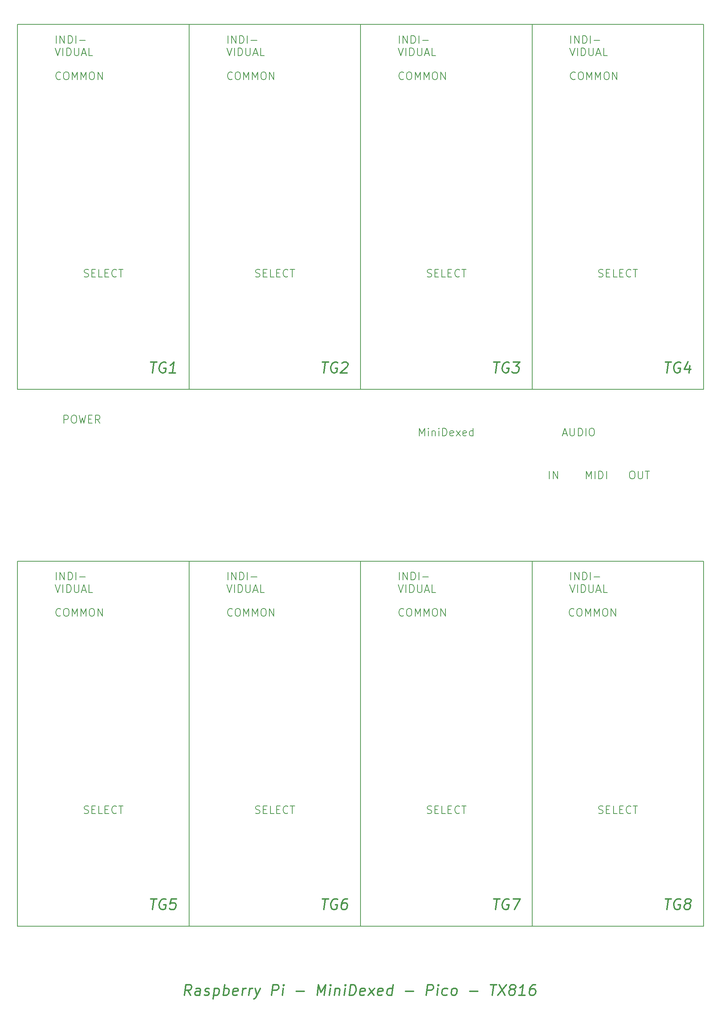
<source format=gbr>
%TF.GenerationSoftware,KiCad,Pcbnew,(6.0.5)*%
%TF.CreationDate,2022-12-31T14:25:49+00:00*%
%TF.ProjectId,PiPicoTX816-Panel,50695069-636f-4545-9838-31362d50616e,rev?*%
%TF.SameCoordinates,Original*%
%TF.FileFunction,Legend,Top*%
%TF.FilePolarity,Positive*%
%FSLAX46Y46*%
G04 Gerber Fmt 4.6, Leading zero omitted, Abs format (unit mm)*
G04 Created by KiCad (PCBNEW (6.0.5)) date 2022-12-31 14:25:49*
%MOMM*%
%LPD*%
G01*
G04 APERTURE LIST*
%ADD10C,0.150000*%
%ADD11C,0.300000*%
%ADD12C,0.200000*%
G04 APERTURE END LIST*
D10*
X130000000Y-155000000D02*
X170000000Y-155000000D01*
X170000000Y-155000000D02*
X170000000Y-240000000D01*
X170000000Y-240000000D02*
X130000000Y-240000000D01*
X130000000Y-240000000D02*
X130000000Y-155000000D01*
X10000000Y-155000000D02*
X50000000Y-155000000D01*
X50000000Y-155000000D02*
X50000000Y-240000000D01*
X50000000Y-240000000D02*
X10000000Y-240000000D01*
X10000000Y-240000000D02*
X10000000Y-155000000D01*
X130000000Y-30000000D02*
X170000000Y-30000000D01*
X170000000Y-30000000D02*
X170000000Y-115000000D01*
X170000000Y-115000000D02*
X130000000Y-115000000D01*
X130000000Y-115000000D02*
X130000000Y-30000000D01*
X10000000Y-30000000D02*
X50000000Y-30000000D01*
X50000000Y-30000000D02*
X50000000Y-115000000D01*
X50000000Y-115000000D02*
X10000000Y-115000000D01*
X10000000Y-115000000D02*
X10000000Y-30000000D01*
X90000000Y-155000000D02*
X130000000Y-155000000D01*
X130000000Y-155000000D02*
X130000000Y-240000000D01*
X130000000Y-240000000D02*
X90000000Y-240000000D01*
X90000000Y-240000000D02*
X90000000Y-155000000D01*
X50000000Y-155000000D02*
X90000000Y-155000000D01*
X90000000Y-155000000D02*
X90000000Y-240000000D01*
X90000000Y-240000000D02*
X50000000Y-240000000D01*
X50000000Y-240000000D02*
X50000000Y-155000000D01*
X90000000Y-30000000D02*
X130000000Y-30000000D01*
X130000000Y-30000000D02*
X130000000Y-115000000D01*
X130000000Y-115000000D02*
X90000000Y-115000000D01*
X90000000Y-115000000D02*
X90000000Y-30000000D01*
X50000000Y-30000000D02*
X90000000Y-30000000D01*
X90000000Y-30000000D02*
X90000000Y-115000000D01*
X90000000Y-115000000D02*
X50000000Y-115000000D01*
X50000000Y-115000000D02*
X50000000Y-30000000D01*
D11*
X81081636Y-108630952D02*
X82510208Y-108630952D01*
X81483422Y-111130952D02*
X81795922Y-108630952D01*
X84638184Y-108750000D02*
X84414970Y-108630952D01*
X84057827Y-108630952D01*
X83685803Y-108750000D01*
X83417946Y-108988095D01*
X83269136Y-109226190D01*
X83090565Y-109702380D01*
X83045922Y-110059523D01*
X83105446Y-110535714D01*
X83194732Y-110773809D01*
X83403065Y-111011904D01*
X83745327Y-111130952D01*
X83983422Y-111130952D01*
X84355446Y-111011904D01*
X84489375Y-110892857D01*
X84593541Y-110059523D01*
X84117351Y-110059523D01*
X85694732Y-108869047D02*
X85828660Y-108750000D01*
X86081636Y-108630952D01*
X86676875Y-108630952D01*
X86900089Y-108750000D01*
X87004255Y-108869047D01*
X87093541Y-109107142D01*
X87063779Y-109345238D01*
X86900089Y-109702380D01*
X85292946Y-111130952D01*
X86840565Y-111130952D01*
D12*
X19058571Y-34365285D02*
X19058571Y-32565285D01*
X19915714Y-34365285D02*
X19915714Y-32565285D01*
X20944285Y-34365285D01*
X20944285Y-32565285D01*
X21801428Y-34365285D02*
X21801428Y-32565285D01*
X22230000Y-32565285D01*
X22487142Y-32651000D01*
X22658571Y-32822428D01*
X22744285Y-32993857D01*
X22830000Y-33336714D01*
X22830000Y-33593857D01*
X22744285Y-33936714D01*
X22658571Y-34108142D01*
X22487142Y-34279571D01*
X22230000Y-34365285D01*
X21801428Y-34365285D01*
X23601428Y-34365285D02*
X23601428Y-32565285D01*
X24458571Y-33679571D02*
X25830000Y-33679571D01*
X18801428Y-35463285D02*
X19401428Y-37263285D01*
X20001428Y-35463285D01*
X20601428Y-37263285D02*
X20601428Y-35463285D01*
X21458571Y-37263285D02*
X21458571Y-35463285D01*
X21887142Y-35463285D01*
X22144285Y-35549000D01*
X22315714Y-35720428D01*
X22401428Y-35891857D01*
X22487142Y-36234714D01*
X22487142Y-36491857D01*
X22401428Y-36834714D01*
X22315714Y-37006142D01*
X22144285Y-37177571D01*
X21887142Y-37263285D01*
X21458571Y-37263285D01*
X23258571Y-35463285D02*
X23258571Y-36920428D01*
X23344285Y-37091857D01*
X23430000Y-37177571D01*
X23601428Y-37263285D01*
X23944285Y-37263285D01*
X24115714Y-37177571D01*
X24201428Y-37091857D01*
X24287142Y-36920428D01*
X24287142Y-35463285D01*
X25058571Y-36749000D02*
X25915714Y-36749000D01*
X24887142Y-37263285D02*
X25487142Y-35463285D01*
X26087142Y-37263285D01*
X27544285Y-37263285D02*
X26687142Y-37263285D01*
X26687142Y-35463285D01*
X140087142Y-42642857D02*
X140001428Y-42728571D01*
X139744285Y-42814285D01*
X139572857Y-42814285D01*
X139315714Y-42728571D01*
X139144285Y-42557142D01*
X139058571Y-42385714D01*
X138972857Y-42042857D01*
X138972857Y-41785714D01*
X139058571Y-41442857D01*
X139144285Y-41271428D01*
X139315714Y-41100000D01*
X139572857Y-41014285D01*
X139744285Y-41014285D01*
X140001428Y-41100000D01*
X140087142Y-41185714D01*
X141201428Y-41014285D02*
X141544285Y-41014285D01*
X141715714Y-41100000D01*
X141887142Y-41271428D01*
X141972857Y-41614285D01*
X141972857Y-42214285D01*
X141887142Y-42557142D01*
X141715714Y-42728571D01*
X141544285Y-42814285D01*
X141201428Y-42814285D01*
X141030000Y-42728571D01*
X140858571Y-42557142D01*
X140772857Y-42214285D01*
X140772857Y-41614285D01*
X140858571Y-41271428D01*
X141030000Y-41100000D01*
X141201428Y-41014285D01*
X142744285Y-42814285D02*
X142744285Y-41014285D01*
X143344285Y-42300000D01*
X143944285Y-41014285D01*
X143944285Y-42814285D01*
X144801428Y-42814285D02*
X144801428Y-41014285D01*
X145401428Y-42300000D01*
X146001428Y-41014285D01*
X146001428Y-42814285D01*
X147201428Y-41014285D02*
X147544285Y-41014285D01*
X147715714Y-41100000D01*
X147887142Y-41271428D01*
X147972857Y-41614285D01*
X147972857Y-42214285D01*
X147887142Y-42557142D01*
X147715714Y-42728571D01*
X147544285Y-42814285D01*
X147201428Y-42814285D01*
X147030000Y-42728571D01*
X146858571Y-42557142D01*
X146772857Y-42214285D01*
X146772857Y-41614285D01*
X146858571Y-41271428D01*
X147030000Y-41100000D01*
X147201428Y-41014285D01*
X148744285Y-42814285D02*
X148744285Y-41014285D01*
X149772857Y-42814285D01*
X149772857Y-41014285D01*
X59058571Y-34365285D02*
X59058571Y-32565285D01*
X59915714Y-34365285D02*
X59915714Y-32565285D01*
X60944285Y-34365285D01*
X60944285Y-32565285D01*
X61801428Y-34365285D02*
X61801428Y-32565285D01*
X62230000Y-32565285D01*
X62487142Y-32651000D01*
X62658571Y-32822428D01*
X62744285Y-32993857D01*
X62830000Y-33336714D01*
X62830000Y-33593857D01*
X62744285Y-33936714D01*
X62658571Y-34108142D01*
X62487142Y-34279571D01*
X62230000Y-34365285D01*
X61801428Y-34365285D01*
X63601428Y-34365285D02*
X63601428Y-32565285D01*
X64458571Y-33679571D02*
X65830000Y-33679571D01*
X58801428Y-35463285D02*
X59401428Y-37263285D01*
X60001428Y-35463285D01*
X60601428Y-37263285D02*
X60601428Y-35463285D01*
X61458571Y-37263285D02*
X61458571Y-35463285D01*
X61887142Y-35463285D01*
X62144285Y-35549000D01*
X62315714Y-35720428D01*
X62401428Y-35891857D01*
X62487142Y-36234714D01*
X62487142Y-36491857D01*
X62401428Y-36834714D01*
X62315714Y-37006142D01*
X62144285Y-37177571D01*
X61887142Y-37263285D01*
X61458571Y-37263285D01*
X63258571Y-35463285D02*
X63258571Y-36920428D01*
X63344285Y-37091857D01*
X63430000Y-37177571D01*
X63601428Y-37263285D01*
X63944285Y-37263285D01*
X64115714Y-37177571D01*
X64201428Y-37091857D01*
X64287142Y-36920428D01*
X64287142Y-35463285D01*
X65058571Y-36749000D02*
X65915714Y-36749000D01*
X64887142Y-37263285D02*
X65487142Y-35463285D01*
X66087142Y-37263285D01*
X67544285Y-37263285D02*
X66687142Y-37263285D01*
X66687142Y-35463285D01*
D11*
X41081636Y-233630952D02*
X42510208Y-233630952D01*
X41483422Y-236130952D02*
X41795922Y-233630952D01*
X44638184Y-233750000D02*
X44414970Y-233630952D01*
X44057827Y-233630952D01*
X43685803Y-233750000D01*
X43417946Y-233988095D01*
X43269136Y-234226190D01*
X43090565Y-234702380D01*
X43045922Y-235059523D01*
X43105446Y-235535714D01*
X43194732Y-235773809D01*
X43403065Y-236011904D01*
X43745327Y-236130952D01*
X43983422Y-236130952D01*
X44355446Y-236011904D01*
X44489375Y-235892857D01*
X44593541Y-235059523D01*
X44117351Y-235059523D01*
X47034017Y-233630952D02*
X45843541Y-233630952D01*
X45575684Y-234821428D01*
X45709613Y-234702380D01*
X45962589Y-234583333D01*
X46557827Y-234583333D01*
X46781041Y-234702380D01*
X46885208Y-234821428D01*
X46974494Y-235059523D01*
X46900089Y-235654761D01*
X46751279Y-235892857D01*
X46617351Y-236011904D01*
X46364375Y-236130952D01*
X45769136Y-236130952D01*
X45545922Y-236011904D01*
X45441755Y-235892857D01*
D12*
X25542857Y-88728571D02*
X25800000Y-88814285D01*
X26228571Y-88814285D01*
X26400000Y-88728571D01*
X26485714Y-88642857D01*
X26571428Y-88471428D01*
X26571428Y-88300000D01*
X26485714Y-88128571D01*
X26400000Y-88042857D01*
X26228571Y-87957142D01*
X25885714Y-87871428D01*
X25714285Y-87785714D01*
X25628571Y-87700000D01*
X25542857Y-87528571D01*
X25542857Y-87357142D01*
X25628571Y-87185714D01*
X25714285Y-87100000D01*
X25885714Y-87014285D01*
X26314285Y-87014285D01*
X26571428Y-87100000D01*
X27342857Y-87871428D02*
X27942857Y-87871428D01*
X28200000Y-88814285D02*
X27342857Y-88814285D01*
X27342857Y-87014285D01*
X28200000Y-87014285D01*
X29828571Y-88814285D02*
X28971428Y-88814285D01*
X28971428Y-87014285D01*
X30428571Y-87871428D02*
X31028571Y-87871428D01*
X31285714Y-88814285D02*
X30428571Y-88814285D01*
X30428571Y-87014285D01*
X31285714Y-87014285D01*
X33085714Y-88642857D02*
X33000000Y-88728571D01*
X32742857Y-88814285D01*
X32571428Y-88814285D01*
X32314285Y-88728571D01*
X32142857Y-88557142D01*
X32057142Y-88385714D01*
X31971428Y-88042857D01*
X31971428Y-87785714D01*
X32057142Y-87442857D01*
X32142857Y-87271428D01*
X32314285Y-87100000D01*
X32571428Y-87014285D01*
X32742857Y-87014285D01*
X33000000Y-87100000D01*
X33085714Y-87185714D01*
X33600000Y-87014285D02*
X34628571Y-87014285D01*
X34114285Y-88814285D02*
X34114285Y-87014285D01*
D11*
X121081636Y-233630952D02*
X122510208Y-233630952D01*
X121483422Y-236130952D02*
X121795922Y-233630952D01*
X124638184Y-233750000D02*
X124414970Y-233630952D01*
X124057827Y-233630952D01*
X123685803Y-233750000D01*
X123417946Y-233988095D01*
X123269136Y-234226190D01*
X123090565Y-234702380D01*
X123045922Y-235059523D01*
X123105446Y-235535714D01*
X123194732Y-235773809D01*
X123403065Y-236011904D01*
X123745327Y-236130952D01*
X123983422Y-236130952D01*
X124355446Y-236011904D01*
X124489375Y-235892857D01*
X124593541Y-235059523D01*
X124117351Y-235059523D01*
X125605446Y-233630952D02*
X127272113Y-233630952D01*
X125888184Y-236130952D01*
D12*
X59058571Y-159365285D02*
X59058571Y-157565285D01*
X59915714Y-159365285D02*
X59915714Y-157565285D01*
X60944285Y-159365285D01*
X60944285Y-157565285D01*
X61801428Y-159365285D02*
X61801428Y-157565285D01*
X62230000Y-157565285D01*
X62487142Y-157651000D01*
X62658571Y-157822428D01*
X62744285Y-157993857D01*
X62830000Y-158336714D01*
X62830000Y-158593857D01*
X62744285Y-158936714D01*
X62658571Y-159108142D01*
X62487142Y-159279571D01*
X62230000Y-159365285D01*
X61801428Y-159365285D01*
X63601428Y-159365285D02*
X63601428Y-157565285D01*
X64458571Y-158679571D02*
X65830000Y-158679571D01*
X58801428Y-160463285D02*
X59401428Y-162263285D01*
X60001428Y-160463285D01*
X60601428Y-162263285D02*
X60601428Y-160463285D01*
X61458571Y-162263285D02*
X61458571Y-160463285D01*
X61887142Y-160463285D01*
X62144285Y-160549000D01*
X62315714Y-160720428D01*
X62401428Y-160891857D01*
X62487142Y-161234714D01*
X62487142Y-161491857D01*
X62401428Y-161834714D01*
X62315714Y-162006142D01*
X62144285Y-162177571D01*
X61887142Y-162263285D01*
X61458571Y-162263285D01*
X63258571Y-160463285D02*
X63258571Y-161920428D01*
X63344285Y-162091857D01*
X63430000Y-162177571D01*
X63601428Y-162263285D01*
X63944285Y-162263285D01*
X64115714Y-162177571D01*
X64201428Y-162091857D01*
X64287142Y-161920428D01*
X64287142Y-160463285D01*
X65058571Y-161749000D02*
X65915714Y-161749000D01*
X64887142Y-162263285D02*
X65487142Y-160463285D01*
X66087142Y-162263285D01*
X67544285Y-162263285D02*
X66687142Y-162263285D01*
X66687142Y-160463285D01*
X139058571Y-34365285D02*
X139058571Y-32565285D01*
X139915714Y-34365285D02*
X139915714Y-32565285D01*
X140944285Y-34365285D01*
X140944285Y-32565285D01*
X141801428Y-34365285D02*
X141801428Y-32565285D01*
X142230000Y-32565285D01*
X142487142Y-32651000D01*
X142658571Y-32822428D01*
X142744285Y-32993857D01*
X142830000Y-33336714D01*
X142830000Y-33593857D01*
X142744285Y-33936714D01*
X142658571Y-34108142D01*
X142487142Y-34279571D01*
X142230000Y-34365285D01*
X141801428Y-34365285D01*
X143601428Y-34365285D02*
X143601428Y-32565285D01*
X144458571Y-33679571D02*
X145830000Y-33679571D01*
X138801428Y-35463285D02*
X139401428Y-37263285D01*
X140001428Y-35463285D01*
X140601428Y-37263285D02*
X140601428Y-35463285D01*
X141458571Y-37263285D02*
X141458571Y-35463285D01*
X141887142Y-35463285D01*
X142144285Y-35549000D01*
X142315714Y-35720428D01*
X142401428Y-35891857D01*
X142487142Y-36234714D01*
X142487142Y-36491857D01*
X142401428Y-36834714D01*
X142315714Y-37006142D01*
X142144285Y-37177571D01*
X141887142Y-37263285D01*
X141458571Y-37263285D01*
X143258571Y-35463285D02*
X143258571Y-36920428D01*
X143344285Y-37091857D01*
X143430000Y-37177571D01*
X143601428Y-37263285D01*
X143944285Y-37263285D01*
X144115714Y-37177571D01*
X144201428Y-37091857D01*
X144287142Y-36920428D01*
X144287142Y-35463285D01*
X145058571Y-36749000D02*
X145915714Y-36749000D01*
X144887142Y-37263285D02*
X145487142Y-35463285D01*
X146087142Y-37263285D01*
X147544285Y-37263285D02*
X146687142Y-37263285D01*
X146687142Y-35463285D01*
X105542857Y-88728571D02*
X105800000Y-88814285D01*
X106228571Y-88814285D01*
X106400000Y-88728571D01*
X106485714Y-88642857D01*
X106571428Y-88471428D01*
X106571428Y-88300000D01*
X106485714Y-88128571D01*
X106400000Y-88042857D01*
X106228571Y-87957142D01*
X105885714Y-87871428D01*
X105714285Y-87785714D01*
X105628571Y-87700000D01*
X105542857Y-87528571D01*
X105542857Y-87357142D01*
X105628571Y-87185714D01*
X105714285Y-87100000D01*
X105885714Y-87014285D01*
X106314285Y-87014285D01*
X106571428Y-87100000D01*
X107342857Y-87871428D02*
X107942857Y-87871428D01*
X108200000Y-88814285D02*
X107342857Y-88814285D01*
X107342857Y-87014285D01*
X108200000Y-87014285D01*
X109828571Y-88814285D02*
X108971428Y-88814285D01*
X108971428Y-87014285D01*
X110428571Y-87871428D02*
X111028571Y-87871428D01*
X111285714Y-88814285D02*
X110428571Y-88814285D01*
X110428571Y-87014285D01*
X111285714Y-87014285D01*
X113085714Y-88642857D02*
X113000000Y-88728571D01*
X112742857Y-88814285D01*
X112571428Y-88814285D01*
X112314285Y-88728571D01*
X112142857Y-88557142D01*
X112057142Y-88385714D01*
X111971428Y-88042857D01*
X111971428Y-87785714D01*
X112057142Y-87442857D01*
X112142857Y-87271428D01*
X112314285Y-87100000D01*
X112571428Y-87014285D01*
X112742857Y-87014285D01*
X113000000Y-87100000D01*
X113085714Y-87185714D01*
X113600000Y-87014285D02*
X114628571Y-87014285D01*
X114114285Y-88814285D02*
X114114285Y-87014285D01*
X100087142Y-167642857D02*
X100001428Y-167728571D01*
X99744285Y-167814285D01*
X99572857Y-167814285D01*
X99315714Y-167728571D01*
X99144285Y-167557142D01*
X99058571Y-167385714D01*
X98972857Y-167042857D01*
X98972857Y-166785714D01*
X99058571Y-166442857D01*
X99144285Y-166271428D01*
X99315714Y-166100000D01*
X99572857Y-166014285D01*
X99744285Y-166014285D01*
X100001428Y-166100000D01*
X100087142Y-166185714D01*
X101201428Y-166014285D02*
X101544285Y-166014285D01*
X101715714Y-166100000D01*
X101887142Y-166271428D01*
X101972857Y-166614285D01*
X101972857Y-167214285D01*
X101887142Y-167557142D01*
X101715714Y-167728571D01*
X101544285Y-167814285D01*
X101201428Y-167814285D01*
X101030000Y-167728571D01*
X100858571Y-167557142D01*
X100772857Y-167214285D01*
X100772857Y-166614285D01*
X100858571Y-166271428D01*
X101030000Y-166100000D01*
X101201428Y-166014285D01*
X102744285Y-167814285D02*
X102744285Y-166014285D01*
X103344285Y-167300000D01*
X103944285Y-166014285D01*
X103944285Y-167814285D01*
X104801428Y-167814285D02*
X104801428Y-166014285D01*
X105401428Y-167300000D01*
X106001428Y-166014285D01*
X106001428Y-167814285D01*
X107201428Y-166014285D02*
X107544285Y-166014285D01*
X107715714Y-166100000D01*
X107887142Y-166271428D01*
X107972857Y-166614285D01*
X107972857Y-167214285D01*
X107887142Y-167557142D01*
X107715714Y-167728571D01*
X107544285Y-167814285D01*
X107201428Y-167814285D01*
X107030000Y-167728571D01*
X106858571Y-167557142D01*
X106772857Y-167214285D01*
X106772857Y-166614285D01*
X106858571Y-166271428D01*
X107030000Y-166100000D01*
X107201428Y-166014285D01*
X108744285Y-167814285D02*
X108744285Y-166014285D01*
X109772857Y-167814285D01*
X109772857Y-166014285D01*
D11*
X81081636Y-233630952D02*
X82510208Y-233630952D01*
X81483422Y-236130952D02*
X81795922Y-233630952D01*
X84638184Y-233750000D02*
X84414970Y-233630952D01*
X84057827Y-233630952D01*
X83685803Y-233750000D01*
X83417946Y-233988095D01*
X83269136Y-234226190D01*
X83090565Y-234702380D01*
X83045922Y-235059523D01*
X83105446Y-235535714D01*
X83194732Y-235773809D01*
X83403065Y-236011904D01*
X83745327Y-236130952D01*
X83983422Y-236130952D01*
X84355446Y-236011904D01*
X84489375Y-235892857D01*
X84593541Y-235059523D01*
X84117351Y-235059523D01*
X86914970Y-233630952D02*
X86438779Y-233630952D01*
X86185803Y-233750000D01*
X86051875Y-233869047D01*
X85769136Y-234226190D01*
X85590565Y-234702380D01*
X85471517Y-235654761D01*
X85560803Y-235892857D01*
X85664970Y-236011904D01*
X85888184Y-236130952D01*
X86364375Y-236130952D01*
X86617351Y-236011904D01*
X86751279Y-235892857D01*
X86900089Y-235654761D01*
X86974494Y-235059523D01*
X86885208Y-234821428D01*
X86781041Y-234702380D01*
X86557827Y-234583333D01*
X86081636Y-234583333D01*
X85828660Y-234702380D01*
X85694732Y-234821428D01*
X85545922Y-235059523D01*
D12*
X105542857Y-213728571D02*
X105800000Y-213814285D01*
X106228571Y-213814285D01*
X106400000Y-213728571D01*
X106485714Y-213642857D01*
X106571428Y-213471428D01*
X106571428Y-213300000D01*
X106485714Y-213128571D01*
X106400000Y-213042857D01*
X106228571Y-212957142D01*
X105885714Y-212871428D01*
X105714285Y-212785714D01*
X105628571Y-212700000D01*
X105542857Y-212528571D01*
X105542857Y-212357142D01*
X105628571Y-212185714D01*
X105714285Y-212100000D01*
X105885714Y-212014285D01*
X106314285Y-212014285D01*
X106571428Y-212100000D01*
X107342857Y-212871428D02*
X107942857Y-212871428D01*
X108200000Y-213814285D02*
X107342857Y-213814285D01*
X107342857Y-212014285D01*
X108200000Y-212014285D01*
X109828571Y-213814285D02*
X108971428Y-213814285D01*
X108971428Y-212014285D01*
X110428571Y-212871428D02*
X111028571Y-212871428D01*
X111285714Y-213814285D02*
X110428571Y-213814285D01*
X110428571Y-212014285D01*
X111285714Y-212014285D01*
X113085714Y-213642857D02*
X113000000Y-213728571D01*
X112742857Y-213814285D01*
X112571428Y-213814285D01*
X112314285Y-213728571D01*
X112142857Y-213557142D01*
X112057142Y-213385714D01*
X111971428Y-213042857D01*
X111971428Y-212785714D01*
X112057142Y-212442857D01*
X112142857Y-212271428D01*
X112314285Y-212100000D01*
X112571428Y-212014285D01*
X112742857Y-212014285D01*
X113000000Y-212100000D01*
X113085714Y-212185714D01*
X113600000Y-212014285D02*
X114628571Y-212014285D01*
X114114285Y-213814285D02*
X114114285Y-212014285D01*
D11*
X161081636Y-108630952D02*
X162510208Y-108630952D01*
X161483422Y-111130952D02*
X161795922Y-108630952D01*
X164638184Y-108750000D02*
X164414970Y-108630952D01*
X164057827Y-108630952D01*
X163685803Y-108750000D01*
X163417946Y-108988095D01*
X163269136Y-109226190D01*
X163090565Y-109702380D01*
X163045922Y-110059523D01*
X163105446Y-110535714D01*
X163194732Y-110773809D01*
X163403065Y-111011904D01*
X163745327Y-111130952D01*
X163983422Y-111130952D01*
X164355446Y-111011904D01*
X164489375Y-110892857D01*
X164593541Y-110059523D01*
X164117351Y-110059523D01*
X166810803Y-109464285D02*
X166602470Y-111130952D01*
X166334613Y-108511904D02*
X165516160Y-110297619D01*
X167063779Y-110297619D01*
D12*
X19058571Y-159365285D02*
X19058571Y-157565285D01*
X19915714Y-159365285D02*
X19915714Y-157565285D01*
X20944285Y-159365285D01*
X20944285Y-157565285D01*
X21801428Y-159365285D02*
X21801428Y-157565285D01*
X22230000Y-157565285D01*
X22487142Y-157651000D01*
X22658571Y-157822428D01*
X22744285Y-157993857D01*
X22830000Y-158336714D01*
X22830000Y-158593857D01*
X22744285Y-158936714D01*
X22658571Y-159108142D01*
X22487142Y-159279571D01*
X22230000Y-159365285D01*
X21801428Y-159365285D01*
X23601428Y-159365285D02*
X23601428Y-157565285D01*
X24458571Y-158679571D02*
X25830000Y-158679571D01*
X18801428Y-160463285D02*
X19401428Y-162263285D01*
X20001428Y-160463285D01*
X20601428Y-162263285D02*
X20601428Y-160463285D01*
X21458571Y-162263285D02*
X21458571Y-160463285D01*
X21887142Y-160463285D01*
X22144285Y-160549000D01*
X22315714Y-160720428D01*
X22401428Y-160891857D01*
X22487142Y-161234714D01*
X22487142Y-161491857D01*
X22401428Y-161834714D01*
X22315714Y-162006142D01*
X22144285Y-162177571D01*
X21887142Y-162263285D01*
X21458571Y-162263285D01*
X23258571Y-160463285D02*
X23258571Y-161920428D01*
X23344285Y-162091857D01*
X23430000Y-162177571D01*
X23601428Y-162263285D01*
X23944285Y-162263285D01*
X24115714Y-162177571D01*
X24201428Y-162091857D01*
X24287142Y-161920428D01*
X24287142Y-160463285D01*
X25058571Y-161749000D02*
X25915714Y-161749000D01*
X24887142Y-162263285D02*
X25487142Y-160463285D01*
X26087142Y-162263285D01*
X27544285Y-162263285D02*
X26687142Y-162263285D01*
X26687142Y-160463285D01*
D11*
X41081636Y-108630952D02*
X42510208Y-108630952D01*
X41483422Y-111130952D02*
X41795922Y-108630952D01*
X44638184Y-108750000D02*
X44414970Y-108630952D01*
X44057827Y-108630952D01*
X43685803Y-108750000D01*
X43417946Y-108988095D01*
X43269136Y-109226190D01*
X43090565Y-109702380D01*
X43045922Y-110059523D01*
X43105446Y-110535714D01*
X43194732Y-110773809D01*
X43403065Y-111011904D01*
X43745327Y-111130952D01*
X43983422Y-111130952D01*
X44355446Y-111011904D01*
X44489375Y-110892857D01*
X44593541Y-110059523D01*
X44117351Y-110059523D01*
X46840565Y-111130952D02*
X45411994Y-111130952D01*
X46126279Y-111130952D02*
X46438779Y-108630952D01*
X46156041Y-108988095D01*
X45888184Y-109226190D01*
X45635208Y-109345238D01*
D12*
X103742857Y-125814285D02*
X103742857Y-124014285D01*
X104342857Y-125300000D01*
X104942857Y-124014285D01*
X104942857Y-125814285D01*
X105800000Y-125814285D02*
X105800000Y-124614285D01*
X105800000Y-124014285D02*
X105714285Y-124100000D01*
X105800000Y-124185714D01*
X105885714Y-124100000D01*
X105800000Y-124014285D01*
X105800000Y-124185714D01*
X106657142Y-124614285D02*
X106657142Y-125814285D01*
X106657142Y-124785714D02*
X106742857Y-124700000D01*
X106914285Y-124614285D01*
X107171428Y-124614285D01*
X107342857Y-124700000D01*
X107428571Y-124871428D01*
X107428571Y-125814285D01*
X108285714Y-125814285D02*
X108285714Y-124614285D01*
X108285714Y-124014285D02*
X108200000Y-124100000D01*
X108285714Y-124185714D01*
X108371428Y-124100000D01*
X108285714Y-124014285D01*
X108285714Y-124185714D01*
X109142857Y-125814285D02*
X109142857Y-124014285D01*
X109571428Y-124014285D01*
X109828571Y-124100000D01*
X110000000Y-124271428D01*
X110085714Y-124442857D01*
X110171428Y-124785714D01*
X110171428Y-125042857D01*
X110085714Y-125385714D01*
X110000000Y-125557142D01*
X109828571Y-125728571D01*
X109571428Y-125814285D01*
X109142857Y-125814285D01*
X111628571Y-125728571D02*
X111457142Y-125814285D01*
X111114285Y-125814285D01*
X110942857Y-125728571D01*
X110857142Y-125557142D01*
X110857142Y-124871428D01*
X110942857Y-124700000D01*
X111114285Y-124614285D01*
X111457142Y-124614285D01*
X111628571Y-124700000D01*
X111714285Y-124871428D01*
X111714285Y-125042857D01*
X110857142Y-125214285D01*
X112314285Y-125814285D02*
X113257142Y-124614285D01*
X112314285Y-124614285D02*
X113257142Y-125814285D01*
X114628571Y-125728571D02*
X114457142Y-125814285D01*
X114114285Y-125814285D01*
X113942857Y-125728571D01*
X113857142Y-125557142D01*
X113857142Y-124871428D01*
X113942857Y-124700000D01*
X114114285Y-124614285D01*
X114457142Y-124614285D01*
X114628571Y-124700000D01*
X114714285Y-124871428D01*
X114714285Y-125042857D01*
X113857142Y-125214285D01*
X116257142Y-125814285D02*
X116257142Y-124014285D01*
X116257142Y-125728571D02*
X116085714Y-125814285D01*
X115742857Y-125814285D01*
X115571428Y-125728571D01*
X115485714Y-125642857D01*
X115400000Y-125471428D01*
X115400000Y-124957142D01*
X115485714Y-124785714D01*
X115571428Y-124700000D01*
X115742857Y-124614285D01*
X116085714Y-124614285D01*
X116257142Y-124700000D01*
X60087142Y-42642857D02*
X60001428Y-42728571D01*
X59744285Y-42814285D01*
X59572857Y-42814285D01*
X59315714Y-42728571D01*
X59144285Y-42557142D01*
X59058571Y-42385714D01*
X58972857Y-42042857D01*
X58972857Y-41785714D01*
X59058571Y-41442857D01*
X59144285Y-41271428D01*
X59315714Y-41100000D01*
X59572857Y-41014285D01*
X59744285Y-41014285D01*
X60001428Y-41100000D01*
X60087142Y-41185714D01*
X61201428Y-41014285D02*
X61544285Y-41014285D01*
X61715714Y-41100000D01*
X61887142Y-41271428D01*
X61972857Y-41614285D01*
X61972857Y-42214285D01*
X61887142Y-42557142D01*
X61715714Y-42728571D01*
X61544285Y-42814285D01*
X61201428Y-42814285D01*
X61030000Y-42728571D01*
X60858571Y-42557142D01*
X60772857Y-42214285D01*
X60772857Y-41614285D01*
X60858571Y-41271428D01*
X61030000Y-41100000D01*
X61201428Y-41014285D01*
X62744285Y-42814285D02*
X62744285Y-41014285D01*
X63344285Y-42300000D01*
X63944285Y-41014285D01*
X63944285Y-42814285D01*
X64801428Y-42814285D02*
X64801428Y-41014285D01*
X65401428Y-42300000D01*
X66001428Y-41014285D01*
X66001428Y-42814285D01*
X67201428Y-41014285D02*
X67544285Y-41014285D01*
X67715714Y-41100000D01*
X67887142Y-41271428D01*
X67972857Y-41614285D01*
X67972857Y-42214285D01*
X67887142Y-42557142D01*
X67715714Y-42728571D01*
X67544285Y-42814285D01*
X67201428Y-42814285D01*
X67030000Y-42728571D01*
X66858571Y-42557142D01*
X66772857Y-42214285D01*
X66772857Y-41614285D01*
X66858571Y-41271428D01*
X67030000Y-41100000D01*
X67201428Y-41014285D01*
X68744285Y-42814285D02*
X68744285Y-41014285D01*
X69772857Y-42814285D01*
X69772857Y-41014285D01*
D11*
X161081636Y-233630952D02*
X162510208Y-233630952D01*
X161483422Y-236130952D02*
X161795922Y-233630952D01*
X164638184Y-233750000D02*
X164414970Y-233630952D01*
X164057827Y-233630952D01*
X163685803Y-233750000D01*
X163417946Y-233988095D01*
X163269136Y-234226190D01*
X163090565Y-234702380D01*
X163045922Y-235059523D01*
X163105446Y-235535714D01*
X163194732Y-235773809D01*
X163403065Y-236011904D01*
X163745327Y-236130952D01*
X163983422Y-236130952D01*
X164355446Y-236011904D01*
X164489375Y-235892857D01*
X164593541Y-235059523D01*
X164117351Y-235059523D01*
X166066755Y-234702380D02*
X165843541Y-234583333D01*
X165739375Y-234464285D01*
X165650089Y-234226190D01*
X165664970Y-234107142D01*
X165813779Y-233869047D01*
X165947708Y-233750000D01*
X166200684Y-233630952D01*
X166676875Y-233630952D01*
X166900089Y-233750000D01*
X167004255Y-233869047D01*
X167093541Y-234107142D01*
X167078660Y-234226190D01*
X166929851Y-234464285D01*
X166795922Y-234583333D01*
X166542946Y-234702380D01*
X166066755Y-234702380D01*
X165813779Y-234821428D01*
X165679851Y-234940476D01*
X165531041Y-235178571D01*
X165471517Y-235654761D01*
X165560803Y-235892857D01*
X165664970Y-236011904D01*
X165888184Y-236130952D01*
X166364375Y-236130952D01*
X166617351Y-236011904D01*
X166751279Y-235892857D01*
X166900089Y-235654761D01*
X166959613Y-235178571D01*
X166870327Y-234940476D01*
X166766160Y-234821428D01*
X166542946Y-234702380D01*
D12*
X100087142Y-42642857D02*
X100001428Y-42728571D01*
X99744285Y-42814285D01*
X99572857Y-42814285D01*
X99315714Y-42728571D01*
X99144285Y-42557142D01*
X99058571Y-42385714D01*
X98972857Y-42042857D01*
X98972857Y-41785714D01*
X99058571Y-41442857D01*
X99144285Y-41271428D01*
X99315714Y-41100000D01*
X99572857Y-41014285D01*
X99744285Y-41014285D01*
X100001428Y-41100000D01*
X100087142Y-41185714D01*
X101201428Y-41014285D02*
X101544285Y-41014285D01*
X101715714Y-41100000D01*
X101887142Y-41271428D01*
X101972857Y-41614285D01*
X101972857Y-42214285D01*
X101887142Y-42557142D01*
X101715714Y-42728571D01*
X101544285Y-42814285D01*
X101201428Y-42814285D01*
X101030000Y-42728571D01*
X100858571Y-42557142D01*
X100772857Y-42214285D01*
X100772857Y-41614285D01*
X100858571Y-41271428D01*
X101030000Y-41100000D01*
X101201428Y-41014285D01*
X102744285Y-42814285D02*
X102744285Y-41014285D01*
X103344285Y-42300000D01*
X103944285Y-41014285D01*
X103944285Y-42814285D01*
X104801428Y-42814285D02*
X104801428Y-41014285D01*
X105401428Y-42300000D01*
X106001428Y-41014285D01*
X106001428Y-42814285D01*
X107201428Y-41014285D02*
X107544285Y-41014285D01*
X107715714Y-41100000D01*
X107887142Y-41271428D01*
X107972857Y-41614285D01*
X107972857Y-42214285D01*
X107887142Y-42557142D01*
X107715714Y-42728571D01*
X107544285Y-42814285D01*
X107201428Y-42814285D01*
X107030000Y-42728571D01*
X106858571Y-42557142D01*
X106772857Y-42214285D01*
X106772857Y-41614285D01*
X106858571Y-41271428D01*
X107030000Y-41100000D01*
X107201428Y-41014285D01*
X108744285Y-42814285D02*
X108744285Y-41014285D01*
X109772857Y-42814285D01*
X109772857Y-41014285D01*
X134057142Y-135814285D02*
X134057142Y-134014285D01*
X134914285Y-135814285D02*
X134914285Y-134014285D01*
X135942857Y-135814285D01*
X135942857Y-134014285D01*
X20087142Y-42642857D02*
X20001428Y-42728571D01*
X19744285Y-42814285D01*
X19572857Y-42814285D01*
X19315714Y-42728571D01*
X19144285Y-42557142D01*
X19058571Y-42385714D01*
X18972857Y-42042857D01*
X18972857Y-41785714D01*
X19058571Y-41442857D01*
X19144285Y-41271428D01*
X19315714Y-41100000D01*
X19572857Y-41014285D01*
X19744285Y-41014285D01*
X20001428Y-41100000D01*
X20087142Y-41185714D01*
X21201428Y-41014285D02*
X21544285Y-41014285D01*
X21715714Y-41100000D01*
X21887142Y-41271428D01*
X21972857Y-41614285D01*
X21972857Y-42214285D01*
X21887142Y-42557142D01*
X21715714Y-42728571D01*
X21544285Y-42814285D01*
X21201428Y-42814285D01*
X21030000Y-42728571D01*
X20858571Y-42557142D01*
X20772857Y-42214285D01*
X20772857Y-41614285D01*
X20858571Y-41271428D01*
X21030000Y-41100000D01*
X21201428Y-41014285D01*
X22744285Y-42814285D02*
X22744285Y-41014285D01*
X23344285Y-42300000D01*
X23944285Y-41014285D01*
X23944285Y-42814285D01*
X24801428Y-42814285D02*
X24801428Y-41014285D01*
X25401428Y-42300000D01*
X26001428Y-41014285D01*
X26001428Y-42814285D01*
X27201428Y-41014285D02*
X27544285Y-41014285D01*
X27715714Y-41100000D01*
X27887142Y-41271428D01*
X27972857Y-41614285D01*
X27972857Y-42214285D01*
X27887142Y-42557142D01*
X27715714Y-42728571D01*
X27544285Y-42814285D01*
X27201428Y-42814285D01*
X27030000Y-42728571D01*
X26858571Y-42557142D01*
X26772857Y-42214285D01*
X26772857Y-41614285D01*
X26858571Y-41271428D01*
X27030000Y-41100000D01*
X27201428Y-41014285D01*
X28744285Y-42814285D02*
X28744285Y-41014285D01*
X29772857Y-42814285D01*
X29772857Y-41014285D01*
X99058571Y-34365285D02*
X99058571Y-32565285D01*
X99915714Y-34365285D02*
X99915714Y-32565285D01*
X100944285Y-34365285D01*
X100944285Y-32565285D01*
X101801428Y-34365285D02*
X101801428Y-32565285D01*
X102230000Y-32565285D01*
X102487142Y-32651000D01*
X102658571Y-32822428D01*
X102744285Y-32993857D01*
X102830000Y-33336714D01*
X102830000Y-33593857D01*
X102744285Y-33936714D01*
X102658571Y-34108142D01*
X102487142Y-34279571D01*
X102230000Y-34365285D01*
X101801428Y-34365285D01*
X103601428Y-34365285D02*
X103601428Y-32565285D01*
X104458571Y-33679571D02*
X105830000Y-33679571D01*
X98801428Y-35463285D02*
X99401428Y-37263285D01*
X100001428Y-35463285D01*
X100601428Y-37263285D02*
X100601428Y-35463285D01*
X101458571Y-37263285D02*
X101458571Y-35463285D01*
X101887142Y-35463285D01*
X102144285Y-35549000D01*
X102315714Y-35720428D01*
X102401428Y-35891857D01*
X102487142Y-36234714D01*
X102487142Y-36491857D01*
X102401428Y-36834714D01*
X102315714Y-37006142D01*
X102144285Y-37177571D01*
X101887142Y-37263285D01*
X101458571Y-37263285D01*
X103258571Y-35463285D02*
X103258571Y-36920428D01*
X103344285Y-37091857D01*
X103430000Y-37177571D01*
X103601428Y-37263285D01*
X103944285Y-37263285D01*
X104115714Y-37177571D01*
X104201428Y-37091857D01*
X104287142Y-36920428D01*
X104287142Y-35463285D01*
X105058571Y-36749000D02*
X105915714Y-36749000D01*
X104887142Y-37263285D02*
X105487142Y-35463285D01*
X106087142Y-37263285D01*
X107544285Y-37263285D02*
X106687142Y-37263285D01*
X106687142Y-35463285D01*
X99058571Y-159365285D02*
X99058571Y-157565285D01*
X99915714Y-159365285D02*
X99915714Y-157565285D01*
X100944285Y-159365285D01*
X100944285Y-157565285D01*
X101801428Y-159365285D02*
X101801428Y-157565285D01*
X102230000Y-157565285D01*
X102487142Y-157651000D01*
X102658571Y-157822428D01*
X102744285Y-157993857D01*
X102830000Y-158336714D01*
X102830000Y-158593857D01*
X102744285Y-158936714D01*
X102658571Y-159108142D01*
X102487142Y-159279571D01*
X102230000Y-159365285D01*
X101801428Y-159365285D01*
X103601428Y-159365285D02*
X103601428Y-157565285D01*
X104458571Y-158679571D02*
X105830000Y-158679571D01*
X98801428Y-160463285D02*
X99401428Y-162263285D01*
X100001428Y-160463285D01*
X100601428Y-162263285D02*
X100601428Y-160463285D01*
X101458571Y-162263285D02*
X101458571Y-160463285D01*
X101887142Y-160463285D01*
X102144285Y-160549000D01*
X102315714Y-160720428D01*
X102401428Y-160891857D01*
X102487142Y-161234714D01*
X102487142Y-161491857D01*
X102401428Y-161834714D01*
X102315714Y-162006142D01*
X102144285Y-162177571D01*
X101887142Y-162263285D01*
X101458571Y-162263285D01*
X103258571Y-160463285D02*
X103258571Y-161920428D01*
X103344285Y-162091857D01*
X103430000Y-162177571D01*
X103601428Y-162263285D01*
X103944285Y-162263285D01*
X104115714Y-162177571D01*
X104201428Y-162091857D01*
X104287142Y-161920428D01*
X104287142Y-160463285D01*
X105058571Y-161749000D02*
X105915714Y-161749000D01*
X104887142Y-162263285D02*
X105487142Y-160463285D01*
X106087142Y-162263285D01*
X107544285Y-162263285D02*
X106687142Y-162263285D01*
X106687142Y-160463285D01*
X145542857Y-88728571D02*
X145800000Y-88814285D01*
X146228571Y-88814285D01*
X146400000Y-88728571D01*
X146485714Y-88642857D01*
X146571428Y-88471428D01*
X146571428Y-88300000D01*
X146485714Y-88128571D01*
X146400000Y-88042857D01*
X146228571Y-87957142D01*
X145885714Y-87871428D01*
X145714285Y-87785714D01*
X145628571Y-87700000D01*
X145542857Y-87528571D01*
X145542857Y-87357142D01*
X145628571Y-87185714D01*
X145714285Y-87100000D01*
X145885714Y-87014285D01*
X146314285Y-87014285D01*
X146571428Y-87100000D01*
X147342857Y-87871428D02*
X147942857Y-87871428D01*
X148200000Y-88814285D02*
X147342857Y-88814285D01*
X147342857Y-87014285D01*
X148200000Y-87014285D01*
X149828571Y-88814285D02*
X148971428Y-88814285D01*
X148971428Y-87014285D01*
X150428571Y-87871428D02*
X151028571Y-87871428D01*
X151285714Y-88814285D02*
X150428571Y-88814285D01*
X150428571Y-87014285D01*
X151285714Y-87014285D01*
X153085714Y-88642857D02*
X153000000Y-88728571D01*
X152742857Y-88814285D01*
X152571428Y-88814285D01*
X152314285Y-88728571D01*
X152142857Y-88557142D01*
X152057142Y-88385714D01*
X151971428Y-88042857D01*
X151971428Y-87785714D01*
X152057142Y-87442857D01*
X152142857Y-87271428D01*
X152314285Y-87100000D01*
X152571428Y-87014285D01*
X152742857Y-87014285D01*
X153000000Y-87100000D01*
X153085714Y-87185714D01*
X153600000Y-87014285D02*
X154628571Y-87014285D01*
X154114285Y-88814285D02*
X154114285Y-87014285D01*
D11*
X121081636Y-108630952D02*
X122510208Y-108630952D01*
X121483422Y-111130952D02*
X121795922Y-108630952D01*
X124638184Y-108750000D02*
X124414970Y-108630952D01*
X124057827Y-108630952D01*
X123685803Y-108750000D01*
X123417946Y-108988095D01*
X123269136Y-109226190D01*
X123090565Y-109702380D01*
X123045922Y-110059523D01*
X123105446Y-110535714D01*
X123194732Y-110773809D01*
X123403065Y-111011904D01*
X123745327Y-111130952D01*
X123983422Y-111130952D01*
X124355446Y-111011904D01*
X124489375Y-110892857D01*
X124593541Y-110059523D01*
X124117351Y-110059523D01*
X125605446Y-108630952D02*
X127153065Y-108630952D01*
X126200684Y-109583333D01*
X126557827Y-109583333D01*
X126781041Y-109702380D01*
X126885208Y-109821428D01*
X126974494Y-110059523D01*
X126900089Y-110654761D01*
X126751279Y-110892857D01*
X126617351Y-111011904D01*
X126364375Y-111130952D01*
X125650089Y-111130952D01*
X125426875Y-111011904D01*
X125322708Y-110892857D01*
D12*
X20087142Y-167642857D02*
X20001428Y-167728571D01*
X19744285Y-167814285D01*
X19572857Y-167814285D01*
X19315714Y-167728571D01*
X19144285Y-167557142D01*
X19058571Y-167385714D01*
X18972857Y-167042857D01*
X18972857Y-166785714D01*
X19058571Y-166442857D01*
X19144285Y-166271428D01*
X19315714Y-166100000D01*
X19572857Y-166014285D01*
X19744285Y-166014285D01*
X20001428Y-166100000D01*
X20087142Y-166185714D01*
X21201428Y-166014285D02*
X21544285Y-166014285D01*
X21715714Y-166100000D01*
X21887142Y-166271428D01*
X21972857Y-166614285D01*
X21972857Y-167214285D01*
X21887142Y-167557142D01*
X21715714Y-167728571D01*
X21544285Y-167814285D01*
X21201428Y-167814285D01*
X21030000Y-167728571D01*
X20858571Y-167557142D01*
X20772857Y-167214285D01*
X20772857Y-166614285D01*
X20858571Y-166271428D01*
X21030000Y-166100000D01*
X21201428Y-166014285D01*
X22744285Y-167814285D02*
X22744285Y-166014285D01*
X23344285Y-167300000D01*
X23944285Y-166014285D01*
X23944285Y-167814285D01*
X24801428Y-167814285D02*
X24801428Y-166014285D01*
X25401428Y-167300000D01*
X26001428Y-166014285D01*
X26001428Y-167814285D01*
X27201428Y-166014285D02*
X27544285Y-166014285D01*
X27715714Y-166100000D01*
X27887142Y-166271428D01*
X27972857Y-166614285D01*
X27972857Y-167214285D01*
X27887142Y-167557142D01*
X27715714Y-167728571D01*
X27544285Y-167814285D01*
X27201428Y-167814285D01*
X27030000Y-167728571D01*
X26858571Y-167557142D01*
X26772857Y-167214285D01*
X26772857Y-166614285D01*
X26858571Y-166271428D01*
X27030000Y-166100000D01*
X27201428Y-166014285D01*
X28744285Y-167814285D02*
X28744285Y-166014285D01*
X29772857Y-167814285D01*
X29772857Y-166014285D01*
X60087142Y-167642857D02*
X60001428Y-167728571D01*
X59744285Y-167814285D01*
X59572857Y-167814285D01*
X59315714Y-167728571D01*
X59144285Y-167557142D01*
X59058571Y-167385714D01*
X58972857Y-167042857D01*
X58972857Y-166785714D01*
X59058571Y-166442857D01*
X59144285Y-166271428D01*
X59315714Y-166100000D01*
X59572857Y-166014285D01*
X59744285Y-166014285D01*
X60001428Y-166100000D01*
X60087142Y-166185714D01*
X61201428Y-166014285D02*
X61544285Y-166014285D01*
X61715714Y-166100000D01*
X61887142Y-166271428D01*
X61972857Y-166614285D01*
X61972857Y-167214285D01*
X61887142Y-167557142D01*
X61715714Y-167728571D01*
X61544285Y-167814285D01*
X61201428Y-167814285D01*
X61030000Y-167728571D01*
X60858571Y-167557142D01*
X60772857Y-167214285D01*
X60772857Y-166614285D01*
X60858571Y-166271428D01*
X61030000Y-166100000D01*
X61201428Y-166014285D01*
X62744285Y-167814285D02*
X62744285Y-166014285D01*
X63344285Y-167300000D01*
X63944285Y-166014285D01*
X63944285Y-167814285D01*
X64801428Y-167814285D02*
X64801428Y-166014285D01*
X65401428Y-167300000D01*
X66001428Y-166014285D01*
X66001428Y-167814285D01*
X67201428Y-166014285D02*
X67544285Y-166014285D01*
X67715714Y-166100000D01*
X67887142Y-166271428D01*
X67972857Y-166614285D01*
X67972857Y-167214285D01*
X67887142Y-167557142D01*
X67715714Y-167728571D01*
X67544285Y-167814285D01*
X67201428Y-167814285D01*
X67030000Y-167728571D01*
X66858571Y-167557142D01*
X66772857Y-167214285D01*
X66772857Y-166614285D01*
X66858571Y-166271428D01*
X67030000Y-166100000D01*
X67201428Y-166014285D01*
X68744285Y-167814285D02*
X68744285Y-166014285D01*
X69772857Y-167814285D01*
X69772857Y-166014285D01*
X25542857Y-213728571D02*
X25800000Y-213814285D01*
X26228571Y-213814285D01*
X26400000Y-213728571D01*
X26485714Y-213642857D01*
X26571428Y-213471428D01*
X26571428Y-213300000D01*
X26485714Y-213128571D01*
X26400000Y-213042857D01*
X26228571Y-212957142D01*
X25885714Y-212871428D01*
X25714285Y-212785714D01*
X25628571Y-212700000D01*
X25542857Y-212528571D01*
X25542857Y-212357142D01*
X25628571Y-212185714D01*
X25714285Y-212100000D01*
X25885714Y-212014285D01*
X26314285Y-212014285D01*
X26571428Y-212100000D01*
X27342857Y-212871428D02*
X27942857Y-212871428D01*
X28200000Y-213814285D02*
X27342857Y-213814285D01*
X27342857Y-212014285D01*
X28200000Y-212014285D01*
X29828571Y-213814285D02*
X28971428Y-213814285D01*
X28971428Y-212014285D01*
X30428571Y-212871428D02*
X31028571Y-212871428D01*
X31285714Y-213814285D02*
X30428571Y-213814285D01*
X30428571Y-212014285D01*
X31285714Y-212014285D01*
X33085714Y-213642857D02*
X33000000Y-213728571D01*
X32742857Y-213814285D01*
X32571428Y-213814285D01*
X32314285Y-213728571D01*
X32142857Y-213557142D01*
X32057142Y-213385714D01*
X31971428Y-213042857D01*
X31971428Y-212785714D01*
X32057142Y-212442857D01*
X32142857Y-212271428D01*
X32314285Y-212100000D01*
X32571428Y-212014285D01*
X32742857Y-212014285D01*
X33000000Y-212100000D01*
X33085714Y-212185714D01*
X33600000Y-212014285D02*
X34628571Y-212014285D01*
X34114285Y-213814285D02*
X34114285Y-212014285D01*
X20842857Y-122814285D02*
X20842857Y-121014285D01*
X21528571Y-121014285D01*
X21700000Y-121100000D01*
X21785714Y-121185714D01*
X21871428Y-121357142D01*
X21871428Y-121614285D01*
X21785714Y-121785714D01*
X21700000Y-121871428D01*
X21528571Y-121957142D01*
X20842857Y-121957142D01*
X22985714Y-121014285D02*
X23328571Y-121014285D01*
X23500000Y-121100000D01*
X23671428Y-121271428D01*
X23757142Y-121614285D01*
X23757142Y-122214285D01*
X23671428Y-122557142D01*
X23500000Y-122728571D01*
X23328571Y-122814285D01*
X22985714Y-122814285D01*
X22814285Y-122728571D01*
X22642857Y-122557142D01*
X22557142Y-122214285D01*
X22557142Y-121614285D01*
X22642857Y-121271428D01*
X22814285Y-121100000D01*
X22985714Y-121014285D01*
X24357142Y-121014285D02*
X24785714Y-122814285D01*
X25128571Y-121528571D01*
X25471428Y-122814285D01*
X25900000Y-121014285D01*
X26585714Y-121871428D02*
X27185714Y-121871428D01*
X27442857Y-122814285D02*
X26585714Y-122814285D01*
X26585714Y-121014285D01*
X27442857Y-121014285D01*
X29242857Y-122814285D02*
X28642857Y-121957142D01*
X28214285Y-122814285D02*
X28214285Y-121014285D01*
X28900000Y-121014285D01*
X29071428Y-121100000D01*
X29157142Y-121185714D01*
X29242857Y-121357142D01*
X29242857Y-121614285D01*
X29157142Y-121785714D01*
X29071428Y-121871428D01*
X28900000Y-121957142D01*
X28214285Y-121957142D01*
X65542857Y-88728571D02*
X65800000Y-88814285D01*
X66228571Y-88814285D01*
X66400000Y-88728571D01*
X66485714Y-88642857D01*
X66571428Y-88471428D01*
X66571428Y-88300000D01*
X66485714Y-88128571D01*
X66400000Y-88042857D01*
X66228571Y-87957142D01*
X65885714Y-87871428D01*
X65714285Y-87785714D01*
X65628571Y-87700000D01*
X65542857Y-87528571D01*
X65542857Y-87357142D01*
X65628571Y-87185714D01*
X65714285Y-87100000D01*
X65885714Y-87014285D01*
X66314285Y-87014285D01*
X66571428Y-87100000D01*
X67342857Y-87871428D02*
X67942857Y-87871428D01*
X68200000Y-88814285D02*
X67342857Y-88814285D01*
X67342857Y-87014285D01*
X68200000Y-87014285D01*
X69828571Y-88814285D02*
X68971428Y-88814285D01*
X68971428Y-87014285D01*
X70428571Y-87871428D02*
X71028571Y-87871428D01*
X71285714Y-88814285D02*
X70428571Y-88814285D01*
X70428571Y-87014285D01*
X71285714Y-87014285D01*
X73085714Y-88642857D02*
X73000000Y-88728571D01*
X72742857Y-88814285D01*
X72571428Y-88814285D01*
X72314285Y-88728571D01*
X72142857Y-88557142D01*
X72057142Y-88385714D01*
X71971428Y-88042857D01*
X71971428Y-87785714D01*
X72057142Y-87442857D01*
X72142857Y-87271428D01*
X72314285Y-87100000D01*
X72571428Y-87014285D01*
X72742857Y-87014285D01*
X73000000Y-87100000D01*
X73085714Y-87185714D01*
X73600000Y-87014285D02*
X74628571Y-87014285D01*
X74114285Y-88814285D02*
X74114285Y-87014285D01*
X139797142Y-167612857D02*
X139711428Y-167698571D01*
X139454285Y-167784285D01*
X139282857Y-167784285D01*
X139025714Y-167698571D01*
X138854285Y-167527142D01*
X138768571Y-167355714D01*
X138682857Y-167012857D01*
X138682857Y-166755714D01*
X138768571Y-166412857D01*
X138854285Y-166241428D01*
X139025714Y-166070000D01*
X139282857Y-165984285D01*
X139454285Y-165984285D01*
X139711428Y-166070000D01*
X139797142Y-166155714D01*
X140911428Y-165984285D02*
X141254285Y-165984285D01*
X141425714Y-166070000D01*
X141597142Y-166241428D01*
X141682857Y-166584285D01*
X141682857Y-167184285D01*
X141597142Y-167527142D01*
X141425714Y-167698571D01*
X141254285Y-167784285D01*
X140911428Y-167784285D01*
X140740000Y-167698571D01*
X140568571Y-167527142D01*
X140482857Y-167184285D01*
X140482857Y-166584285D01*
X140568571Y-166241428D01*
X140740000Y-166070000D01*
X140911428Y-165984285D01*
X142454285Y-167784285D02*
X142454285Y-165984285D01*
X143054285Y-167270000D01*
X143654285Y-165984285D01*
X143654285Y-167784285D01*
X144511428Y-167784285D02*
X144511428Y-165984285D01*
X145111428Y-167270000D01*
X145711428Y-165984285D01*
X145711428Y-167784285D01*
X146911428Y-165984285D02*
X147254285Y-165984285D01*
X147425714Y-166070000D01*
X147597142Y-166241428D01*
X147682857Y-166584285D01*
X147682857Y-167184285D01*
X147597142Y-167527142D01*
X147425714Y-167698571D01*
X147254285Y-167784285D01*
X146911428Y-167784285D01*
X146740000Y-167698571D01*
X146568571Y-167527142D01*
X146482857Y-167184285D01*
X146482857Y-166584285D01*
X146568571Y-166241428D01*
X146740000Y-166070000D01*
X146911428Y-165984285D01*
X148454285Y-167784285D02*
X148454285Y-165984285D01*
X149482857Y-167784285D01*
X149482857Y-165984285D01*
X137241428Y-125300000D02*
X138098571Y-125300000D01*
X137070000Y-125814285D02*
X137670000Y-124014285D01*
X138270000Y-125814285D01*
X138870000Y-124014285D02*
X138870000Y-125471428D01*
X138955714Y-125642857D01*
X139041428Y-125728571D01*
X139212857Y-125814285D01*
X139555714Y-125814285D01*
X139727142Y-125728571D01*
X139812857Y-125642857D01*
X139898571Y-125471428D01*
X139898571Y-124014285D01*
X140755714Y-125814285D02*
X140755714Y-124014285D01*
X141184285Y-124014285D01*
X141441428Y-124100000D01*
X141612857Y-124271428D01*
X141698571Y-124442857D01*
X141784285Y-124785714D01*
X141784285Y-125042857D01*
X141698571Y-125385714D01*
X141612857Y-125557142D01*
X141441428Y-125728571D01*
X141184285Y-125814285D01*
X140755714Y-125814285D01*
X142555714Y-125814285D02*
X142555714Y-124014285D01*
X143755714Y-124014285D02*
X144098571Y-124014285D01*
X144270000Y-124100000D01*
X144441428Y-124271428D01*
X144527142Y-124614285D01*
X144527142Y-125214285D01*
X144441428Y-125557142D01*
X144270000Y-125728571D01*
X144098571Y-125814285D01*
X143755714Y-125814285D01*
X143584285Y-125728571D01*
X143412857Y-125557142D01*
X143327142Y-125214285D01*
X143327142Y-124614285D01*
X143412857Y-124271428D01*
X143584285Y-124100000D01*
X143755714Y-124014285D01*
X145542857Y-213728571D02*
X145800000Y-213814285D01*
X146228571Y-213814285D01*
X146400000Y-213728571D01*
X146485714Y-213642857D01*
X146571428Y-213471428D01*
X146571428Y-213300000D01*
X146485714Y-213128571D01*
X146400000Y-213042857D01*
X146228571Y-212957142D01*
X145885714Y-212871428D01*
X145714285Y-212785714D01*
X145628571Y-212700000D01*
X145542857Y-212528571D01*
X145542857Y-212357142D01*
X145628571Y-212185714D01*
X145714285Y-212100000D01*
X145885714Y-212014285D01*
X146314285Y-212014285D01*
X146571428Y-212100000D01*
X147342857Y-212871428D02*
X147942857Y-212871428D01*
X148200000Y-213814285D02*
X147342857Y-213814285D01*
X147342857Y-212014285D01*
X148200000Y-212014285D01*
X149828571Y-213814285D02*
X148971428Y-213814285D01*
X148971428Y-212014285D01*
X150428571Y-212871428D02*
X151028571Y-212871428D01*
X151285714Y-213814285D02*
X150428571Y-213814285D01*
X150428571Y-212014285D01*
X151285714Y-212014285D01*
X153085714Y-213642857D02*
X153000000Y-213728571D01*
X152742857Y-213814285D01*
X152571428Y-213814285D01*
X152314285Y-213728571D01*
X152142857Y-213557142D01*
X152057142Y-213385714D01*
X151971428Y-213042857D01*
X151971428Y-212785714D01*
X152057142Y-212442857D01*
X152142857Y-212271428D01*
X152314285Y-212100000D01*
X152571428Y-212014285D01*
X152742857Y-212014285D01*
X153000000Y-212100000D01*
X153085714Y-212185714D01*
X153600000Y-212014285D02*
X154628571Y-212014285D01*
X154114285Y-213814285D02*
X154114285Y-212014285D01*
X153200000Y-134014285D02*
X153542857Y-134014285D01*
X153714285Y-134100000D01*
X153885714Y-134271428D01*
X153971428Y-134614285D01*
X153971428Y-135214285D01*
X153885714Y-135557142D01*
X153714285Y-135728571D01*
X153542857Y-135814285D01*
X153200000Y-135814285D01*
X153028571Y-135728571D01*
X152857142Y-135557142D01*
X152771428Y-135214285D01*
X152771428Y-134614285D01*
X152857142Y-134271428D01*
X153028571Y-134100000D01*
X153200000Y-134014285D01*
X154742857Y-134014285D02*
X154742857Y-135471428D01*
X154828571Y-135642857D01*
X154914285Y-135728571D01*
X155085714Y-135814285D01*
X155428571Y-135814285D01*
X155600000Y-135728571D01*
X155685714Y-135642857D01*
X155771428Y-135471428D01*
X155771428Y-134014285D01*
X156371428Y-134014285D02*
X157400000Y-134014285D01*
X156885714Y-135814285D02*
X156885714Y-134014285D01*
X65542857Y-213728571D02*
X65800000Y-213814285D01*
X66228571Y-213814285D01*
X66400000Y-213728571D01*
X66485714Y-213642857D01*
X66571428Y-213471428D01*
X66571428Y-213300000D01*
X66485714Y-213128571D01*
X66400000Y-213042857D01*
X66228571Y-212957142D01*
X65885714Y-212871428D01*
X65714285Y-212785714D01*
X65628571Y-212700000D01*
X65542857Y-212528571D01*
X65542857Y-212357142D01*
X65628571Y-212185714D01*
X65714285Y-212100000D01*
X65885714Y-212014285D01*
X66314285Y-212014285D01*
X66571428Y-212100000D01*
X67342857Y-212871428D02*
X67942857Y-212871428D01*
X68200000Y-213814285D02*
X67342857Y-213814285D01*
X67342857Y-212014285D01*
X68200000Y-212014285D01*
X69828571Y-213814285D02*
X68971428Y-213814285D01*
X68971428Y-212014285D01*
X70428571Y-212871428D02*
X71028571Y-212871428D01*
X71285714Y-213814285D02*
X70428571Y-213814285D01*
X70428571Y-212014285D01*
X71285714Y-212014285D01*
X73085714Y-213642857D02*
X73000000Y-213728571D01*
X72742857Y-213814285D01*
X72571428Y-213814285D01*
X72314285Y-213728571D01*
X72142857Y-213557142D01*
X72057142Y-213385714D01*
X71971428Y-213042857D01*
X71971428Y-212785714D01*
X72057142Y-212442857D01*
X72142857Y-212271428D01*
X72314285Y-212100000D01*
X72571428Y-212014285D01*
X72742857Y-212014285D01*
X73000000Y-212100000D01*
X73085714Y-212185714D01*
X73600000Y-212014285D02*
X74628571Y-212014285D01*
X74114285Y-213814285D02*
X74114285Y-212014285D01*
D11*
X50358556Y-256130952D02*
X49674032Y-254940476D01*
X48929985Y-256130952D02*
X49242485Y-253630952D01*
X50194866Y-253630952D01*
X50418080Y-253750000D01*
X50522247Y-253869047D01*
X50611532Y-254107142D01*
X50566889Y-254464285D01*
X50418080Y-254702380D01*
X50284151Y-254821428D01*
X50031175Y-254940476D01*
X49078794Y-254940476D01*
X52501413Y-256130952D02*
X52665104Y-254821428D01*
X52575818Y-254583333D01*
X52352604Y-254464285D01*
X51876413Y-254464285D01*
X51623437Y-254583333D01*
X52516294Y-256011904D02*
X52263318Y-256130952D01*
X51668080Y-256130952D01*
X51444866Y-256011904D01*
X51355580Y-255773809D01*
X51385342Y-255535714D01*
X51534151Y-255297619D01*
X51787127Y-255178571D01*
X52382366Y-255178571D01*
X52635342Y-255059523D01*
X53587723Y-256011904D02*
X53810937Y-256130952D01*
X54287127Y-256130952D01*
X54540104Y-256011904D01*
X54688913Y-255773809D01*
X54703794Y-255654761D01*
X54614508Y-255416666D01*
X54391294Y-255297619D01*
X54034151Y-255297619D01*
X53810937Y-255178571D01*
X53721651Y-254940476D01*
X53736532Y-254821428D01*
X53885342Y-254583333D01*
X54138318Y-254464285D01*
X54495461Y-254464285D01*
X54718675Y-254583333D01*
X55924032Y-254464285D02*
X55611532Y-256964285D01*
X55909151Y-254583333D02*
X56162127Y-254464285D01*
X56638318Y-254464285D01*
X56861532Y-254583333D01*
X56965699Y-254702380D01*
X57054985Y-254940476D01*
X56965699Y-255654761D01*
X56816889Y-255892857D01*
X56682961Y-256011904D01*
X56429985Y-256130952D01*
X55953794Y-256130952D01*
X55730580Y-256011904D01*
X57977604Y-256130952D02*
X58290104Y-253630952D01*
X58171056Y-254583333D02*
X58424032Y-254464285D01*
X58900223Y-254464285D01*
X59123437Y-254583333D01*
X59227604Y-254702380D01*
X59316889Y-254940476D01*
X59227604Y-255654761D01*
X59078794Y-255892857D01*
X58944866Y-256011904D01*
X58691889Y-256130952D01*
X58215699Y-256130952D01*
X57992485Y-256011904D01*
X61206770Y-256011904D02*
X60953794Y-256130952D01*
X60477604Y-256130952D01*
X60254389Y-256011904D01*
X60165104Y-255773809D01*
X60284151Y-254821428D01*
X60432961Y-254583333D01*
X60685937Y-254464285D01*
X61162127Y-254464285D01*
X61385342Y-254583333D01*
X61474627Y-254821428D01*
X61444866Y-255059523D01*
X60224627Y-255297619D01*
X62382366Y-256130952D02*
X62590699Y-254464285D01*
X62531175Y-254940476D02*
X62679985Y-254702380D01*
X62813913Y-254583333D01*
X63066889Y-254464285D01*
X63304985Y-254464285D01*
X63929985Y-256130952D02*
X64138318Y-254464285D01*
X64078794Y-254940476D02*
X64227604Y-254702380D01*
X64361532Y-254583333D01*
X64614508Y-254464285D01*
X64852604Y-254464285D01*
X65447842Y-254464285D02*
X65834747Y-256130952D01*
X66638318Y-254464285D02*
X65834747Y-256130952D01*
X65522247Y-256726190D01*
X65388318Y-256845238D01*
X65135342Y-256964285D01*
X69287127Y-256130952D02*
X69599627Y-253630952D01*
X70552008Y-253630952D01*
X70775223Y-253750000D01*
X70879389Y-253869047D01*
X70968675Y-254107142D01*
X70924032Y-254464285D01*
X70775223Y-254702380D01*
X70641294Y-254821428D01*
X70388318Y-254940476D01*
X69435937Y-254940476D01*
X71787127Y-256130952D02*
X71995461Y-254464285D01*
X72099627Y-253630952D02*
X71965699Y-253750000D01*
X72069866Y-253869047D01*
X72203794Y-253750000D01*
X72099627Y-253630952D01*
X72069866Y-253869047D01*
X75001413Y-255178571D02*
X76906175Y-255178571D01*
X79882366Y-256130952D02*
X80194866Y-253630952D01*
X80804985Y-255416666D01*
X81861532Y-253630952D01*
X81549032Y-256130952D01*
X82739508Y-256130952D02*
X82947842Y-254464285D01*
X83052008Y-253630952D02*
X82918080Y-253750000D01*
X83022247Y-253869047D01*
X83156175Y-253750000D01*
X83052008Y-253630952D01*
X83022247Y-253869047D01*
X84138318Y-254464285D02*
X83929985Y-256130952D01*
X84108556Y-254702380D02*
X84242485Y-254583333D01*
X84495461Y-254464285D01*
X84852604Y-254464285D01*
X85075818Y-254583333D01*
X85165104Y-254821428D01*
X85001413Y-256130952D01*
X86191889Y-256130952D02*
X86400223Y-254464285D01*
X86504389Y-253630952D02*
X86370461Y-253750000D01*
X86474627Y-253869047D01*
X86608556Y-253750000D01*
X86504389Y-253630952D01*
X86474627Y-253869047D01*
X87382366Y-256130952D02*
X87694866Y-253630952D01*
X88290104Y-253630952D01*
X88632366Y-253750000D01*
X88840699Y-253988095D01*
X88929985Y-254226190D01*
X88989508Y-254702380D01*
X88944866Y-255059523D01*
X88766294Y-255535714D01*
X88617485Y-255773809D01*
X88349627Y-256011904D01*
X87977604Y-256130952D01*
X87382366Y-256130952D01*
X90849627Y-256011904D02*
X90596651Y-256130952D01*
X90120461Y-256130952D01*
X89897247Y-256011904D01*
X89807961Y-255773809D01*
X89927008Y-254821428D01*
X90075818Y-254583333D01*
X90328794Y-254464285D01*
X90804985Y-254464285D01*
X91028199Y-254583333D01*
X91117485Y-254821428D01*
X91087723Y-255059523D01*
X89867485Y-255297619D01*
X91787127Y-256130952D02*
X93304985Y-254464285D01*
X91995461Y-254464285D02*
X93096651Y-256130952D01*
X95016294Y-256011904D02*
X94763318Y-256130952D01*
X94287127Y-256130952D01*
X94063913Y-256011904D01*
X93974627Y-255773809D01*
X94093675Y-254821428D01*
X94242485Y-254583333D01*
X94495461Y-254464285D01*
X94971651Y-254464285D01*
X95194866Y-254583333D01*
X95284151Y-254821428D01*
X95254389Y-255059523D01*
X94034151Y-255297619D01*
X97263318Y-256130952D02*
X97575818Y-253630952D01*
X97278199Y-256011904D02*
X97025223Y-256130952D01*
X96549032Y-256130952D01*
X96325818Y-256011904D01*
X96221651Y-255892857D01*
X96132366Y-255654761D01*
X96221651Y-254940476D01*
X96370461Y-254702380D01*
X96504389Y-254583333D01*
X96757366Y-254464285D01*
X97233556Y-254464285D01*
X97456770Y-254583333D01*
X100477604Y-255178571D02*
X102382366Y-255178571D01*
X105358556Y-256130952D02*
X105671056Y-253630952D01*
X106623437Y-253630952D01*
X106846651Y-253750000D01*
X106950818Y-253869047D01*
X107040104Y-254107142D01*
X106995461Y-254464285D01*
X106846651Y-254702380D01*
X106712723Y-254821428D01*
X106459747Y-254940476D01*
X105507366Y-254940476D01*
X107858556Y-256130952D02*
X108066889Y-254464285D01*
X108171056Y-253630952D02*
X108037127Y-253750000D01*
X108141294Y-253869047D01*
X108275223Y-253750000D01*
X108171056Y-253630952D01*
X108141294Y-253869047D01*
X110135342Y-256011904D02*
X109882366Y-256130952D01*
X109406175Y-256130952D01*
X109182961Y-256011904D01*
X109078794Y-255892857D01*
X108989508Y-255654761D01*
X109078794Y-254940476D01*
X109227604Y-254702380D01*
X109361532Y-254583333D01*
X109614508Y-254464285D01*
X110090699Y-254464285D01*
X110313913Y-254583333D01*
X111549032Y-256130952D02*
X111325818Y-256011904D01*
X111221651Y-255892857D01*
X111132366Y-255654761D01*
X111221651Y-254940476D01*
X111370461Y-254702380D01*
X111504389Y-254583333D01*
X111757366Y-254464285D01*
X112114508Y-254464285D01*
X112337723Y-254583333D01*
X112441889Y-254702380D01*
X112531175Y-254940476D01*
X112441889Y-255654761D01*
X112293080Y-255892857D01*
X112159151Y-256011904D01*
X111906175Y-256130952D01*
X111549032Y-256130952D01*
X115477604Y-255178571D02*
X117382366Y-255178571D01*
X120313913Y-253630952D02*
X121742485Y-253630952D01*
X120715699Y-256130952D02*
X121028199Y-253630952D01*
X122337723Y-253630952D02*
X123691889Y-256130952D01*
X124004389Y-253630952D02*
X122025223Y-256130952D01*
X125179985Y-254702380D02*
X124956770Y-254583333D01*
X124852604Y-254464285D01*
X124763318Y-254226190D01*
X124778199Y-254107142D01*
X124927008Y-253869047D01*
X125060937Y-253750000D01*
X125313913Y-253630952D01*
X125790104Y-253630952D01*
X126013318Y-253750000D01*
X126117485Y-253869047D01*
X126206770Y-254107142D01*
X126191889Y-254226190D01*
X126043080Y-254464285D01*
X125909151Y-254583333D01*
X125656175Y-254702380D01*
X125179985Y-254702380D01*
X124927008Y-254821428D01*
X124793080Y-254940476D01*
X124644270Y-255178571D01*
X124584747Y-255654761D01*
X124674032Y-255892857D01*
X124778199Y-256011904D01*
X125001413Y-256130952D01*
X125477604Y-256130952D01*
X125730580Y-256011904D01*
X125864508Y-255892857D01*
X126013318Y-255654761D01*
X126072842Y-255178571D01*
X125983556Y-254940476D01*
X125879389Y-254821428D01*
X125656175Y-254702380D01*
X128334747Y-256130952D02*
X126906175Y-256130952D01*
X127620461Y-256130952D02*
X127932961Y-253630952D01*
X127650223Y-253988095D01*
X127382366Y-254226190D01*
X127129389Y-254345238D01*
X130790104Y-253630952D02*
X130313913Y-253630952D01*
X130060937Y-253750000D01*
X129927008Y-253869047D01*
X129644270Y-254226190D01*
X129465699Y-254702380D01*
X129346651Y-255654761D01*
X129435937Y-255892857D01*
X129540104Y-256011904D01*
X129763318Y-256130952D01*
X130239508Y-256130952D01*
X130492485Y-256011904D01*
X130626413Y-255892857D01*
X130775223Y-255654761D01*
X130849627Y-255059523D01*
X130760342Y-254821428D01*
X130656175Y-254702380D01*
X130432961Y-254583333D01*
X129956770Y-254583333D01*
X129703794Y-254702380D01*
X129569866Y-254821428D01*
X129421056Y-255059523D01*
D12*
X142642857Y-135814285D02*
X142642857Y-134014285D01*
X143242857Y-135300000D01*
X143842857Y-134014285D01*
X143842857Y-135814285D01*
X144700000Y-135814285D02*
X144700000Y-134014285D01*
X145557142Y-135814285D02*
X145557142Y-134014285D01*
X145985714Y-134014285D01*
X146242857Y-134100000D01*
X146414285Y-134271428D01*
X146500000Y-134442857D01*
X146585714Y-134785714D01*
X146585714Y-135042857D01*
X146500000Y-135385714D01*
X146414285Y-135557142D01*
X146242857Y-135728571D01*
X145985714Y-135814285D01*
X145557142Y-135814285D01*
X147357142Y-135814285D02*
X147357142Y-134014285D01*
X139058571Y-159365285D02*
X139058571Y-157565285D01*
X139915714Y-159365285D02*
X139915714Y-157565285D01*
X140944285Y-159365285D01*
X140944285Y-157565285D01*
X141801428Y-159365285D02*
X141801428Y-157565285D01*
X142230000Y-157565285D01*
X142487142Y-157651000D01*
X142658571Y-157822428D01*
X142744285Y-157993857D01*
X142830000Y-158336714D01*
X142830000Y-158593857D01*
X142744285Y-158936714D01*
X142658571Y-159108142D01*
X142487142Y-159279571D01*
X142230000Y-159365285D01*
X141801428Y-159365285D01*
X143601428Y-159365285D02*
X143601428Y-157565285D01*
X144458571Y-158679571D02*
X145830000Y-158679571D01*
X138801428Y-160463285D02*
X139401428Y-162263285D01*
X140001428Y-160463285D01*
X140601428Y-162263285D02*
X140601428Y-160463285D01*
X141458571Y-162263285D02*
X141458571Y-160463285D01*
X141887142Y-160463285D01*
X142144285Y-160549000D01*
X142315714Y-160720428D01*
X142401428Y-160891857D01*
X142487142Y-161234714D01*
X142487142Y-161491857D01*
X142401428Y-161834714D01*
X142315714Y-162006142D01*
X142144285Y-162177571D01*
X141887142Y-162263285D01*
X141458571Y-162263285D01*
X143258571Y-160463285D02*
X143258571Y-161920428D01*
X143344285Y-162091857D01*
X143430000Y-162177571D01*
X143601428Y-162263285D01*
X143944285Y-162263285D01*
X144115714Y-162177571D01*
X144201428Y-162091857D01*
X144287142Y-161920428D01*
X144287142Y-160463285D01*
X145058571Y-161749000D02*
X145915714Y-161749000D01*
X144887142Y-162263285D02*
X145487142Y-160463285D01*
X146087142Y-162263285D01*
X147544285Y-162263285D02*
X146687142Y-162263285D01*
X146687142Y-160463285D01*
M02*

</source>
